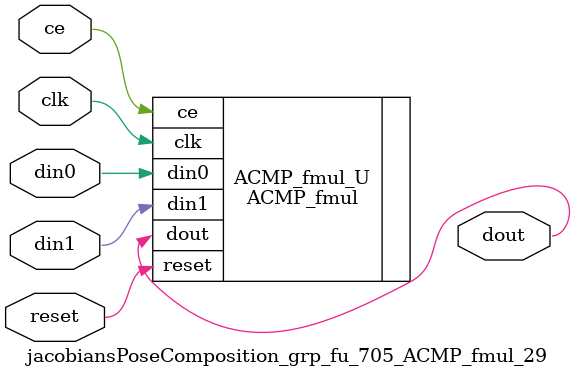
<source format=v>

`timescale 1 ns / 1 ps
module jacobiansPoseComposition_grp_fu_705_ACMP_fmul_29(
    clk,
    reset,
    ce,
    din0,
    din1,
    dout);

parameter ID = 32'd1;
parameter NUM_STAGE = 32'd1;
parameter din0_WIDTH = 32'd1;
parameter din1_WIDTH = 32'd1;
parameter dout_WIDTH = 32'd1;
input clk;
input reset;
input ce;
input[din0_WIDTH - 1:0] din0;
input[din1_WIDTH - 1:0] din1;
output[dout_WIDTH - 1:0] dout;



ACMP_fmul #(
.ID( ID ),
.NUM_STAGE( 4 ),
.din0_WIDTH( din0_WIDTH ),
.din1_WIDTH( din1_WIDTH ),
.dout_WIDTH( dout_WIDTH ))
ACMP_fmul_U(
    .clk( clk ),
    .reset( reset ),
    .ce( ce ),
    .din0( din0 ),
    .din1( din1 ),
    .dout( dout ));

endmodule

</source>
